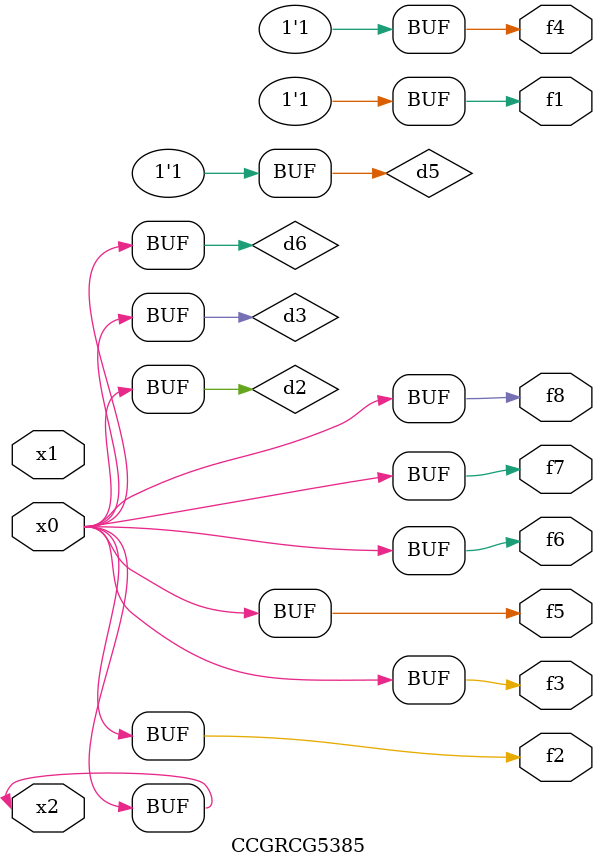
<source format=v>
module CCGRCG5385(
	input x0, x1, x2,
	output f1, f2, f3, f4, f5, f6, f7, f8
);

	wire d1, d2, d3, d4, d5, d6;

	xnor (d1, x2);
	buf (d2, x0, x2);
	and (d3, x0);
	xnor (d4, x1, x2);
	nand (d5, d1, d3);
	buf (d6, d2, d3);
	assign f1 = d5;
	assign f2 = d6;
	assign f3 = d6;
	assign f4 = d5;
	assign f5 = d6;
	assign f6 = d6;
	assign f7 = d6;
	assign f8 = d6;
endmodule

</source>
